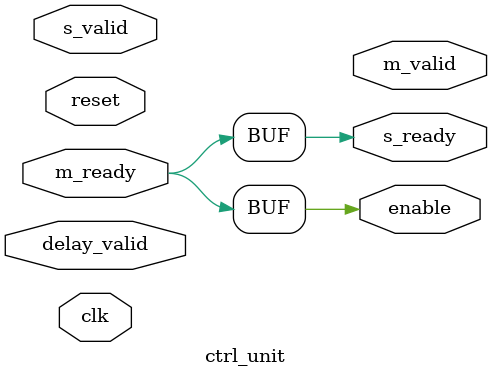
<source format=sv>
module ctrl_unit (
    input   logic           clk,
    input   logic           reset,

    input   logic           s_valid,   // valid
    input   logic           delay_valid,    
    input   logic           m_ready,

    output  logic           enable,
    output  logic           s_ready,
    output  logic           m_valid
);

    always_comb
    begin
        s_ready = m_ready;
        enable = m_ready;
    end

endmodule
</source>
